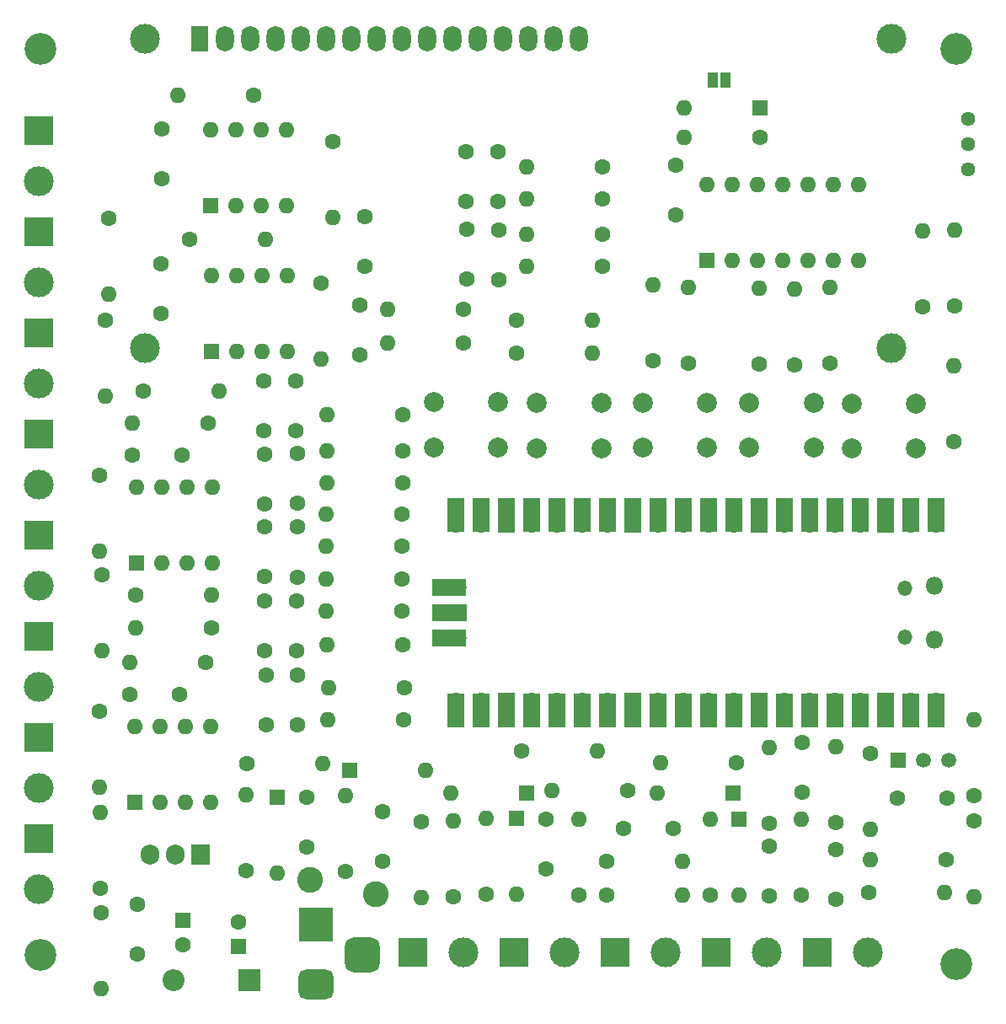
<source format=gbr>
%TF.GenerationSoftware,KiCad,Pcbnew,7.0.11+dfsg-1build4*%
%TF.CreationDate,2025-01-17T06:31:42-06:00*%
%TF.ProjectId,Metermaker,4d657465-726d-4616-9b65-722e6b696361,rev?*%
%TF.SameCoordinates,Original*%
%TF.FileFunction,Soldermask,Top*%
%TF.FilePolarity,Negative*%
%FSLAX46Y46*%
G04 Gerber Fmt 4.6, Leading zero omitted, Abs format (unit mm)*
G04 Created by KiCad (PCBNEW 7.0.11+dfsg-1build4) date 2025-01-17 06:31:42*
%MOMM*%
%LPD*%
G01*
G04 APERTURE LIST*
G04 Aperture macros list*
%AMRoundRect*
0 Rectangle with rounded corners*
0 $1 Rounding radius*
0 $2 $3 $4 $5 $6 $7 $8 $9 X,Y pos of 4 corners*
0 Add a 4 corners polygon primitive as box body*
4,1,4,$2,$3,$4,$5,$6,$7,$8,$9,$2,$3,0*
0 Add four circle primitives for the rounded corners*
1,1,$1+$1,$2,$3*
1,1,$1+$1,$4,$5*
1,1,$1+$1,$6,$7*
1,1,$1+$1,$8,$9*
0 Add four rect primitives between the rounded corners*
20,1,$1+$1,$2,$3,$4,$5,0*
20,1,$1+$1,$4,$5,$6,$7,0*
20,1,$1+$1,$6,$7,$8,$9,0*
20,1,$1+$1,$8,$9,$2,$3,0*%
G04 Aperture macros list end*
%ADD10C,1.600000*%
%ADD11O,1.600000X1.600000*%
%ADD12R,1.600000X1.600000*%
%ADD13C,3.200000*%
%ADD14R,3.000000X3.000000*%
%ADD15C,3.000000*%
%ADD16C,2.600000*%
%ADD17R,3.500000X3.500000*%
%ADD18RoundRect,0.750000X1.000000X-0.750000X1.000000X0.750000X-1.000000X0.750000X-1.000000X-0.750000X0*%
%ADD19RoundRect,0.875000X0.875000X-0.875000X0.875000X0.875000X-0.875000X0.875000X-0.875000X-0.875000X0*%
%ADD20C,2.000000*%
%ADD21R,1.500000X1.500000*%
%ADD22C,1.500000*%
%ADD23R,1.905000X2.000000*%
%ADD24O,1.905000X2.000000*%
%ADD25R,1.800000X2.600000*%
%ADD26O,1.800000X2.600000*%
%ADD27C,1.440000*%
%ADD28O,1.800000X1.800000*%
%ADD29O,1.500000X1.500000*%
%ADD30O,1.700000X1.700000*%
%ADD31R,1.700000X3.500000*%
%ADD32R,1.700000X1.700000*%
%ADD33R,3.500000X1.700000*%
%ADD34R,1.000000X1.500000*%
%ADD35R,2.200000X2.200000*%
%ADD36O,2.200000X2.200000*%
G04 APERTURE END LIST*
D10*
%TO.C,R64*%
X101854000Y-81280000D03*
D11*
X109474000Y-81280000D03*
%TD*%
D10*
%TO.C,R63*%
X101854000Y-84582000D03*
D11*
X109474000Y-84582000D03*
%TD*%
D10*
%TO.C,R62*%
X119126000Y-85598000D03*
D11*
X119126000Y-77978000D03*
%TD*%
D10*
%TO.C,R61*%
X133350000Y-85598000D03*
D11*
X133350000Y-77978000D03*
%TD*%
D10*
%TO.C,R60*%
X145796000Y-93472000D03*
D11*
X145796000Y-85852000D03*
%TD*%
D12*
%TO.C,D3*%
X77760000Y-129180000D03*
D11*
X77760000Y-136800000D03*
%TD*%
D13*
%TO.C,H4*%
X54000000Y-145000000D03*
%TD*%
D10*
%TO.C,R15*%
X130429000Y-139065000D03*
D11*
X130429000Y-131445000D03*
%TD*%
D10*
%TO.C,R25*%
X129794000Y-85780000D03*
D11*
X129794000Y-78160000D03*
%TD*%
D10*
%TO.C,R22*%
X145900000Y-79880000D03*
D11*
X145900000Y-72260000D03*
%TD*%
D10*
%TO.C,C13*%
X66200000Y-62100000D03*
X66200000Y-67100000D03*
%TD*%
%TO.C,C9*%
X104775000Y-131445000D03*
X104775000Y-136445000D03*
%TD*%
%TO.C,C30*%
X66100000Y-75600000D03*
X66100000Y-80600000D03*
%TD*%
D14*
%TO.C,J6*%
X132080000Y-144780000D03*
D15*
X137160000Y-144780000D03*
%TD*%
D10*
%TO.C,R10*%
X110880000Y-139030000D03*
D11*
X118500000Y-139030000D03*
%TD*%
D14*
%TO.C,J14*%
X53840000Y-133350000D03*
D15*
X53840000Y-138430000D03*
%TD*%
D10*
%TO.C,C5*%
X130556000Y-123698000D03*
X130556000Y-128698000D03*
%TD*%
%TO.C,R52*%
X90530000Y-118220000D03*
D11*
X82910000Y-118220000D03*
%TD*%
D16*
%TO.C,J15*%
X81130000Y-137510000D03*
%TD*%
D13*
%TO.C,H1*%
X146000000Y-54000000D03*
%TD*%
D17*
%TO.C,J1*%
X81660000Y-142034000D03*
D18*
X81660000Y-148034000D03*
D19*
X86360000Y-145034000D03*
%TD*%
D12*
%TO.C,D6*%
X123571000Y-128778000D03*
D11*
X115951000Y-128778000D03*
%TD*%
D10*
%TO.C,R48*%
X63590000Y-108900000D03*
D11*
X71210000Y-108900000D03*
%TD*%
D16*
%TO.C,J16*%
X87660000Y-138980000D03*
%TD*%
D10*
%TO.C,C11*%
X127260000Y-134110000D03*
X127260000Y-139110000D03*
%TD*%
D20*
%TO.C,SW1*%
X100000000Y-94040000D03*
X93500000Y-94040000D03*
X100000000Y-89540000D03*
X93500000Y-89540000D03*
%TD*%
D10*
%TO.C,R27*%
X110470000Y-65920000D03*
D11*
X102850000Y-65920000D03*
%TD*%
D10*
%TO.C,R7*%
X84610000Y-136690000D03*
D11*
X84610000Y-129070000D03*
%TD*%
D10*
%TO.C,R18*%
X113030000Y-128524000D03*
D11*
X105410000Y-128524000D03*
%TD*%
D10*
%TO.C,C7*%
X88380000Y-135670000D03*
X88380000Y-130670000D03*
%TD*%
%TO.C,C3*%
X63754000Y-139954000D03*
X63754000Y-144954000D03*
%TD*%
%TO.C,R24*%
X126230000Y-85720000D03*
D11*
X126230000Y-78100000D03*
%TD*%
D10*
%TO.C,R53*%
X90390000Y-113880000D03*
D11*
X82770000Y-113880000D03*
%TD*%
D10*
%TO.C,R6*%
X127254000Y-131826000D03*
D11*
X127254000Y-124206000D03*
%TD*%
D14*
%TO.C,J2*%
X91440000Y-144780000D03*
D15*
X96520000Y-144780000D03*
%TD*%
D14*
%TO.C,J9*%
X53840000Y-82550000D03*
D15*
X53840000Y-87630000D03*
%TD*%
D10*
%TO.C,R37*%
X96520000Y-83566000D03*
D11*
X88900000Y-83566000D03*
%TD*%
D10*
%TO.C,R5*%
X133960000Y-131750000D03*
D11*
X133960000Y-124130000D03*
%TD*%
D21*
%TO.C,U3*%
X140208000Y-125476000D03*
D22*
X142748000Y-125476000D03*
X145288000Y-125476000D03*
%TD*%
D23*
%TO.C,U2*%
X70100000Y-134930000D03*
D24*
X67560000Y-134930000D03*
X65020000Y-134930000D03*
%TD*%
D10*
%TO.C,R50*%
X71200000Y-112200000D03*
D11*
X63580000Y-112200000D03*
%TD*%
D10*
%TO.C,C4*%
X145135600Y-129286000D03*
X140135600Y-129286000D03*
%TD*%
D14*
%TO.C,J5*%
X121920000Y-144780000D03*
D15*
X127000000Y-144780000D03*
%TD*%
D10*
%TO.C,R36*%
X90380000Y-90810000D03*
D11*
X82760000Y-90810000D03*
%TD*%
D12*
%TO.C,D2*%
X85070000Y-126520000D03*
D11*
X92690000Y-126520000D03*
%TD*%
D10*
%TO.C,R19*%
X98806000Y-138938000D03*
D11*
X98806000Y-131318000D03*
%TD*%
D10*
%TO.C,C27*%
X76660000Y-116910000D03*
X76660000Y-121910000D03*
%TD*%
%TO.C,R33*%
X83400000Y-63330000D03*
D11*
X83400000Y-70950000D03*
%TD*%
D10*
%TO.C,R39*%
X82200000Y-77600000D03*
D11*
X82200000Y-85220000D03*
%TD*%
D15*
%TO.C,DS1*%
X64470900Y-53040000D03*
X64470900Y-84040700D03*
X139469480Y-84040700D03*
X139470000Y-53040000D03*
D25*
X69970000Y-53040000D03*
D26*
X72510000Y-53040000D03*
X75050000Y-53040000D03*
X77590000Y-53040000D03*
X80130000Y-53040000D03*
X82670000Y-53040000D03*
X85210000Y-53040000D03*
X87750000Y-53040000D03*
X90290000Y-53040000D03*
X92830000Y-53040000D03*
X95370000Y-53040000D03*
X97910000Y-53040000D03*
X100450000Y-53040000D03*
X102990000Y-53040000D03*
X105530000Y-53040000D03*
X108070000Y-53040000D03*
%TD*%
D12*
%TO.C,U6*%
X71200000Y-84400000D03*
D11*
X73740000Y-84400000D03*
X76280000Y-84400000D03*
X78820000Y-84400000D03*
X78820000Y-76780000D03*
X76280000Y-76780000D03*
X73740000Y-76780000D03*
X71200000Y-76780000D03*
%TD*%
D10*
%TO.C,R32*%
X60870000Y-71060000D03*
D11*
X60870000Y-78680000D03*
%TD*%
D10*
%TO.C,C6*%
X80730000Y-129190000D03*
X80730000Y-134190000D03*
%TD*%
D12*
%TO.C,U5*%
X71100000Y-69800000D03*
D11*
X73640000Y-69800000D03*
X76180000Y-69800000D03*
X78720000Y-69800000D03*
X78720000Y-62180000D03*
X76180000Y-62180000D03*
X73640000Y-62180000D03*
X71100000Y-62180000D03*
%TD*%
D10*
%TO.C,C15*%
X100000000Y-69380000D03*
X100000000Y-64380000D03*
%TD*%
%TO.C,R17*%
X74740000Y-125830000D03*
D11*
X82360000Y-125830000D03*
%TD*%
D10*
%TO.C,R2*%
X147828000Y-129032000D03*
D11*
X147828000Y-121412000D03*
%TD*%
D14*
%TO.C,J10*%
X53840000Y-92710000D03*
D15*
X53840000Y-97790000D03*
%TD*%
D10*
%TO.C,R13*%
X137240000Y-138790000D03*
D11*
X144860000Y-138790000D03*
%TD*%
D14*
%TO.C,J11*%
X53840000Y-102870000D03*
D15*
X53840000Y-107950000D03*
%TD*%
D10*
%TO.C,R43*%
X90430000Y-97590000D03*
D11*
X82810000Y-97590000D03*
%TD*%
D10*
%TO.C,R12*%
X108077000Y-139065000D03*
D11*
X108077000Y-131445000D03*
%TD*%
%TO.C,R35*%
X88900000Y-80200000D03*
D10*
X96520000Y-80200000D03*
%TD*%
D12*
%TO.C,U4*%
X120995000Y-75290000D03*
D11*
X123535000Y-75290000D03*
X126075000Y-75290000D03*
X128615000Y-75290000D03*
X131155000Y-75290000D03*
X133695000Y-75290000D03*
X136235000Y-75290000D03*
X136235000Y-67670000D03*
X133695000Y-67670000D03*
X131155000Y-67670000D03*
X128615000Y-67670000D03*
X126075000Y-67670000D03*
X123535000Y-67670000D03*
X120995000Y-67670000D03*
%TD*%
D10*
%TO.C,R4*%
X137414000Y-124841000D03*
D11*
X137414000Y-132461000D03*
%TD*%
D10*
%TO.C,R31*%
X110500000Y-75900000D03*
D11*
X102880000Y-75900000D03*
%TD*%
D13*
%TO.C,H3*%
X54000000Y-54000000D03*
%TD*%
D10*
%TO.C,R41*%
X60550000Y-81290000D03*
D11*
X60550000Y-88910000D03*
%TD*%
D27*
%TO.C,RV1*%
X147180000Y-66100000D03*
X147180000Y-63560000D03*
X147180000Y-61020000D03*
%TD*%
D10*
%TO.C,R51*%
X90340000Y-110530000D03*
D11*
X82720000Y-110530000D03*
%TD*%
D14*
%TO.C,J7*%
X53840000Y-62230000D03*
D15*
X53840000Y-67310000D03*
%TD*%
D10*
%TO.C,R47*%
X60150000Y-106830000D03*
D11*
X60150000Y-114450000D03*
%TD*%
D10*
%TO.C,R40*%
X64300000Y-88380000D03*
D11*
X71920000Y-88380000D03*
%TD*%
D12*
%TO.C,U7*%
X63680000Y-105700000D03*
D11*
X66220000Y-105700000D03*
X68760000Y-105700000D03*
X71300000Y-105700000D03*
X71300000Y-98080000D03*
X68760000Y-98080000D03*
X66220000Y-98080000D03*
X63680000Y-98080000D03*
%TD*%
D14*
%TO.C,J3*%
X101600000Y-144780000D03*
D15*
X106680000Y-144780000D03*
%TD*%
D28*
%TO.C,U1*%
X143860000Y-107935000D03*
D29*
X140830000Y-108235000D03*
X140830000Y-113085000D03*
D28*
X143860000Y-113385000D03*
D30*
X143990000Y-101770000D03*
D31*
X143990000Y-100870000D03*
D30*
X141450000Y-101770000D03*
D31*
X141450000Y-100870000D03*
D32*
X138910000Y-101770000D03*
D31*
X138910000Y-100870000D03*
D30*
X136370000Y-101770000D03*
D31*
X136370000Y-100870000D03*
D30*
X133830000Y-101770000D03*
D31*
X133830000Y-100870000D03*
D30*
X131290000Y-101770000D03*
D31*
X131290000Y-100870000D03*
D30*
X128750000Y-101770000D03*
D31*
X128750000Y-100870000D03*
D32*
X126210000Y-101770000D03*
D31*
X126210000Y-100870000D03*
D30*
X123670000Y-101770000D03*
D31*
X123670000Y-100870000D03*
D30*
X121130000Y-101770000D03*
D31*
X121130000Y-100870000D03*
D30*
X118590000Y-101770000D03*
D31*
X118590000Y-100870000D03*
D30*
X116050000Y-101770000D03*
D31*
X116050000Y-100870000D03*
D32*
X113510000Y-101770000D03*
D31*
X113510000Y-100870000D03*
D30*
X110970000Y-101770000D03*
D31*
X110970000Y-100870000D03*
D30*
X108430000Y-101770000D03*
D31*
X108430000Y-100870000D03*
D30*
X105890000Y-101770000D03*
D31*
X105890000Y-100870000D03*
D30*
X103350000Y-101770000D03*
D31*
X103350000Y-100870000D03*
D32*
X100810000Y-101770000D03*
D31*
X100810000Y-100870000D03*
D30*
X98270000Y-101770000D03*
D31*
X98270000Y-100870000D03*
D30*
X95730000Y-101770000D03*
D31*
X95730000Y-100870000D03*
D30*
X95730000Y-119550000D03*
D31*
X95730000Y-120450000D03*
D30*
X98270000Y-119550000D03*
D31*
X98270000Y-120450000D03*
D32*
X100810000Y-119550000D03*
D31*
X100810000Y-120450000D03*
D30*
X103350000Y-119550000D03*
D31*
X103350000Y-120450000D03*
D30*
X105890000Y-119550000D03*
D31*
X105890000Y-120450000D03*
D30*
X108430000Y-119550000D03*
D31*
X108430000Y-120450000D03*
D30*
X110970000Y-119550000D03*
D31*
X110970000Y-120450000D03*
D32*
X113510000Y-119550000D03*
D31*
X113510000Y-120450000D03*
D30*
X116050000Y-119550000D03*
D31*
X116050000Y-120450000D03*
D30*
X118590000Y-119550000D03*
D31*
X118590000Y-120450000D03*
D30*
X121130000Y-119550000D03*
D31*
X121130000Y-120450000D03*
D30*
X123670000Y-119550000D03*
D31*
X123670000Y-120450000D03*
D32*
X126210000Y-119550000D03*
D31*
X126210000Y-120450000D03*
D30*
X128750000Y-119550000D03*
D31*
X128750000Y-120450000D03*
D30*
X131290000Y-119550000D03*
D31*
X131290000Y-120450000D03*
D30*
X133830000Y-119550000D03*
D31*
X133830000Y-120450000D03*
D30*
X136370000Y-119550000D03*
D31*
X136370000Y-120450000D03*
D32*
X138910000Y-119550000D03*
D31*
X138910000Y-120450000D03*
D30*
X141450000Y-119550000D03*
D31*
X141450000Y-120450000D03*
D30*
X143990000Y-119550000D03*
D31*
X143990000Y-120450000D03*
D30*
X95960000Y-108120000D03*
D33*
X95060000Y-108120000D03*
D32*
X95960000Y-110660000D03*
D33*
X95060000Y-110660000D03*
D30*
X95960000Y-113200000D03*
D33*
X95060000Y-113200000D03*
%TD*%
D10*
%TO.C,R45*%
X90330000Y-100770000D03*
D11*
X82710000Y-100770000D03*
%TD*%
D10*
%TO.C,R16*%
X74670000Y-136610000D03*
D11*
X74670000Y-128990000D03*
%TD*%
D14*
%TO.C,J4*%
X111760000Y-144780000D03*
D15*
X116840000Y-144780000D03*
%TD*%
D10*
%TO.C,R55*%
X59920000Y-120540000D03*
D11*
X59920000Y-128160000D03*
%TD*%
D12*
%TO.C,D7*%
X124206000Y-131445000D03*
D11*
X124206000Y-139065000D03*
%TD*%
D12*
%TO.C,D8*%
X126290000Y-59930000D03*
D11*
X118670000Y-59930000D03*
%TD*%
D10*
%TO.C,R21*%
X121285000Y-139065000D03*
D11*
X121285000Y-131445000D03*
%TD*%
D10*
%TO.C,R11*%
X110910000Y-135610000D03*
D11*
X118530000Y-135610000D03*
%TD*%
D14*
%TO.C,J13*%
X53840000Y-123190000D03*
D15*
X53840000Y-128270000D03*
%TD*%
D34*
%TO.C,JP1*%
X121524000Y-57150000D03*
X122824000Y-57150000D03*
%TD*%
D10*
%TO.C,C18*%
X86106000Y-84756000D03*
X86106000Y-79756000D03*
%TD*%
%TO.C,R1*%
X102370000Y-124550000D03*
D11*
X109990000Y-124550000D03*
%TD*%
D12*
%TO.C,C1*%
X68320000Y-141530000D03*
D10*
X68320000Y-144030000D03*
%TD*%
%TO.C,R59*%
X126280000Y-62890000D03*
D11*
X118660000Y-62890000D03*
%TD*%
D10*
%TO.C,C29*%
X79860000Y-121900000D03*
X79860000Y-116900000D03*
%TD*%
%TO.C,R54*%
X90490000Y-121460000D03*
D11*
X82870000Y-121460000D03*
%TD*%
D10*
%TO.C,C14*%
X96770000Y-64380000D03*
X96770000Y-69380000D03*
%TD*%
%TO.C,R28*%
X110490000Y-69100000D03*
D11*
X102870000Y-69100000D03*
%TD*%
D10*
%TO.C,C23*%
X76530000Y-102060000D03*
X76530000Y-107060000D03*
%TD*%
D12*
%TO.C,C2*%
X73914000Y-144230000D03*
D10*
X73914000Y-141730000D03*
%TD*%
%TO.C,C20*%
X86614000Y-75866000D03*
X86614000Y-70866000D03*
%TD*%
%TO.C,C22*%
X76500000Y-94710000D03*
X76500000Y-99710000D03*
%TD*%
%TO.C,C19*%
X76440000Y-87370000D03*
X76440000Y-92370000D03*
%TD*%
D35*
%TO.C,D1*%
X74990000Y-147570000D03*
D36*
X67370000Y-147570000D03*
%TD*%
D14*
%TO.C,J8*%
X53840000Y-72390000D03*
D15*
X53840000Y-77470000D03*
%TD*%
D10*
%TO.C,C28*%
X79770000Y-114470000D03*
X79770000Y-109470000D03*
%TD*%
%TO.C,R34*%
X69000000Y-73150000D03*
D11*
X76620000Y-73150000D03*
%TD*%
D10*
%TO.C,R3*%
X147828000Y-131572000D03*
D11*
X147828000Y-139192000D03*
%TD*%
D10*
%TO.C,C21*%
X79690000Y-92370000D03*
X79690000Y-87370000D03*
%TD*%
%TO.C,C12*%
X117830000Y-65740000D03*
X117830000Y-70740000D03*
%TD*%
%TO.C,C10*%
X133960000Y-139430000D03*
X133960000Y-134430000D03*
%TD*%
D20*
%TO.C,SW5*%
X131720000Y-94100000D03*
X125220000Y-94100000D03*
X131720000Y-89600000D03*
X125220000Y-89600000D03*
%TD*%
D10*
%TO.C,R26*%
X142650000Y-79970000D03*
D11*
X142650000Y-72350000D03*
%TD*%
D10*
%TO.C,R20*%
X123952000Y-125730000D03*
D11*
X116332000Y-125730000D03*
%TD*%
D10*
%TO.C,R30*%
X110510000Y-72640000D03*
D11*
X102890000Y-72640000D03*
%TD*%
D12*
%TO.C,U8*%
X63500000Y-129700000D03*
D11*
X66040000Y-129700000D03*
X68580000Y-129700000D03*
X71120000Y-129700000D03*
X71120000Y-122080000D03*
X68580000Y-122080000D03*
X66040000Y-122080000D03*
X63500000Y-122080000D03*
%TD*%
D10*
%TO.C,R38*%
X90380000Y-94420000D03*
D11*
X82760000Y-94420000D03*
%TD*%
D10*
%TO.C,C32*%
X63000000Y-118900000D03*
X68000000Y-118900000D03*
%TD*%
%TO.C,C16*%
X96800000Y-72150000D03*
X96800000Y-77150000D03*
%TD*%
%TO.C,R56*%
X60110000Y-140800000D03*
D11*
X60110000Y-148420000D03*
%TD*%
D10*
%TO.C,R46*%
X90350000Y-107250000D03*
D11*
X82730000Y-107250000D03*
%TD*%
D10*
%TO.C,R23*%
X115570000Y-85344000D03*
D11*
X115570000Y-77724000D03*
%TD*%
D10*
%TO.C,R58*%
X59980000Y-138390000D03*
D11*
X59980000Y-130770000D03*
%TD*%
D10*
%TO.C,C26*%
X76520000Y-109500000D03*
X76520000Y-114500000D03*
%TD*%
%TO.C,C25*%
X79790000Y-107070000D03*
X79790000Y-102070000D03*
%TD*%
%TO.C,C31*%
X63200000Y-94800000D03*
X68200000Y-94800000D03*
%TD*%
%TO.C,R57*%
X70600000Y-115700000D03*
D11*
X62980000Y-115700000D03*
%TD*%
D20*
%TO.C,SW4*%
X121000000Y-94100000D03*
X114500000Y-94100000D03*
X121000000Y-89600000D03*
X114500000Y-89600000D03*
%TD*%
D10*
%TO.C,R29*%
X75400000Y-58700000D03*
D11*
X67780000Y-58700000D03*
%TD*%
D12*
%TO.C,D5*%
X101854000Y-131318000D03*
D11*
X101854000Y-138938000D03*
%TD*%
D10*
%TO.C,R49*%
X59900000Y-96840000D03*
D11*
X59900000Y-104460000D03*
%TD*%
D10*
%TO.C,R9*%
X95470000Y-139210000D03*
D11*
X95470000Y-131590000D03*
%TD*%
D10*
%TO.C,R42*%
X70810000Y-91600000D03*
D11*
X63190000Y-91600000D03*
%TD*%
D20*
%TO.C,SW2*%
X142000000Y-94160000D03*
X135500000Y-94160000D03*
X142000000Y-89660000D03*
X135500000Y-89660000D03*
%TD*%
%TO.C,SW3*%
X110400000Y-94120000D03*
X103900000Y-94120000D03*
X110400000Y-89620000D03*
X103900000Y-89620000D03*
%TD*%
D14*
%TO.C,J12*%
X53840000Y-113030000D03*
D15*
X53840000Y-118110000D03*
%TD*%
D10*
%TO.C,R14*%
X145030000Y-135440000D03*
D11*
X137410000Y-135440000D03*
%TD*%
D10*
%TO.C,C17*%
X100070000Y-77190000D03*
X100070000Y-72190000D03*
%TD*%
%TO.C,C8*%
X117610000Y-132300000D03*
X112610000Y-132300000D03*
%TD*%
%TO.C,C24*%
X79780000Y-99700000D03*
X79780000Y-94700000D03*
%TD*%
D13*
%TO.C,H2*%
X146000000Y-146000000D03*
%TD*%
D12*
%TO.C,D4*%
X102870000Y-128778000D03*
D11*
X95250000Y-128778000D03*
%TD*%
D10*
%TO.C,R44*%
X90310000Y-104010000D03*
D11*
X82690000Y-104010000D03*
%TD*%
D10*
%TO.C,R8*%
X92230000Y-131640000D03*
D11*
X92230000Y-139260000D03*
%TD*%
M02*

</source>
